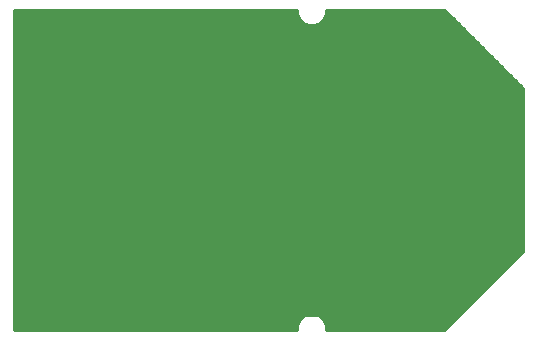
<source format=gm1>
G75*
G70*
%OFA0B0*%
%FSLAX24Y24*%
%IPPOS*%
%LPD*%
%AMOC8*
5,1,8,0,0,1.08239X$1,22.5*
%
%ADD10C,0.0160*%
%ADD11R,0.0474X0.0513*%
%ADD12R,0.0513X0.0474*%
%ADD13R,0.0440X0.0780*%
%ADD14R,0.1080X0.0580*%
%ADD15R,0.0198X0.0552*%
%ADD16R,0.2080X0.1080*%
%ADD17C,0.4080*%
%ADD18OC8,0.0600*%
%ADD19C,0.0480*%
D10*
X000180Y000980D02*
X009530Y000980D01*
X000180Y000980D01*
X000180Y011580D01*
X009480Y011580D01*
X009480Y011080D01*
X010630Y011080D01*
X010630Y011580D01*
X014480Y011580D01*
X017080Y008980D01*
X017080Y003580D01*
X014480Y000980D01*
X010580Y000980D01*
X010580Y001480D01*
X009530Y001480D01*
X009530Y000980D01*
X009530Y001139D02*
X000180Y001139D01*
X000180Y001297D02*
X009530Y001297D01*
X009530Y001456D02*
X000180Y001456D01*
X000180Y001614D02*
X015114Y001614D01*
X014956Y001456D02*
X010580Y001456D01*
X010580Y001297D02*
X014797Y001297D01*
X014639Y001139D02*
X010580Y001139D01*
X010580Y000980D02*
X014480Y000980D01*
X015273Y001773D02*
X000180Y001773D01*
X000180Y001931D02*
X015431Y001931D01*
X015590Y002090D02*
X000180Y002090D01*
X000180Y002248D02*
X015748Y002248D01*
X015907Y002407D02*
X000180Y002407D01*
X000180Y002565D02*
X016065Y002565D01*
X016224Y002724D02*
X000180Y002724D01*
X000180Y002882D02*
X016382Y002882D01*
X016541Y003041D02*
X000180Y003041D01*
X000180Y003199D02*
X016699Y003199D01*
X016858Y003358D02*
X000180Y003358D01*
X000180Y003516D02*
X017016Y003516D01*
X017080Y003675D02*
X000180Y003675D01*
X000180Y003833D02*
X017080Y003833D01*
X017080Y003992D02*
X000180Y003992D01*
X000180Y004150D02*
X017080Y004150D01*
X017080Y004309D02*
X000180Y004309D01*
X000180Y004467D02*
X017080Y004467D01*
X017080Y004626D02*
X000180Y004626D01*
X000180Y004784D02*
X017080Y004784D01*
X017080Y004943D02*
X000180Y004943D01*
X000180Y005101D02*
X017080Y005101D01*
X017080Y005260D02*
X000180Y005260D01*
X000180Y005418D02*
X017080Y005418D01*
X017080Y005577D02*
X000180Y005577D01*
X000180Y005735D02*
X017080Y005735D01*
X017080Y005894D02*
X000180Y005894D01*
X000180Y006052D02*
X017080Y006052D01*
X017080Y006211D02*
X000180Y006211D01*
X000180Y006369D02*
X017080Y006369D01*
X017080Y006528D02*
X000180Y006528D01*
X000180Y006686D02*
X017080Y006686D01*
X017080Y006845D02*
X000180Y006845D01*
X000180Y007003D02*
X017080Y007003D01*
X017080Y007162D02*
X000180Y007162D01*
X000180Y007320D02*
X017080Y007320D01*
X017080Y007479D02*
X000180Y007479D01*
X000180Y007637D02*
X017080Y007637D01*
X017080Y007796D02*
X000180Y007796D01*
X000180Y007954D02*
X017080Y007954D01*
X017080Y008113D02*
X000180Y008113D01*
X000180Y008271D02*
X017080Y008271D01*
X017080Y008430D02*
X000180Y008430D01*
X000180Y008588D02*
X017080Y008588D01*
X017080Y008747D02*
X000180Y008747D01*
X000180Y008905D02*
X017080Y008905D01*
X016996Y009064D02*
X000180Y009064D01*
X000180Y009222D02*
X016838Y009222D01*
X016679Y009381D02*
X000180Y009381D01*
X000180Y009539D02*
X016521Y009539D01*
X016362Y009698D02*
X000180Y009698D01*
X000180Y009856D02*
X016204Y009856D01*
X016045Y010015D02*
X000180Y010015D01*
X000180Y010173D02*
X015887Y010173D01*
X015728Y010332D02*
X000180Y010332D01*
X000180Y010490D02*
X015570Y010490D01*
X015411Y010649D02*
X000180Y010649D01*
X000180Y010807D02*
X015253Y010807D01*
X015094Y010966D02*
X000180Y010966D01*
X000180Y011124D02*
X009480Y011124D01*
X009480Y011230D02*
X009580Y011230D01*
X009580Y011080D01*
X010530Y011080D01*
X010530Y011330D01*
X010630Y011283D02*
X014777Y011283D01*
X014936Y011124D02*
X010630Y011124D01*
X010630Y011441D02*
X014619Y011441D01*
X010580Y011580D02*
X010578Y011535D01*
X010572Y011491D01*
X010563Y011448D01*
X010550Y011405D01*
X010533Y011364D01*
X010513Y011324D01*
X010490Y011286D01*
X010463Y011250D01*
X010434Y011217D01*
X010402Y011186D01*
X010367Y011158D01*
X010330Y011133D01*
X010291Y011111D01*
X010251Y011093D01*
X010209Y011078D01*
X010166Y011067D01*
X010122Y011059D01*
X010077Y011055D01*
X010033Y011055D01*
X009988Y011059D01*
X009944Y011067D01*
X009901Y011078D01*
X009859Y011093D01*
X009819Y011111D01*
X009780Y011133D01*
X009743Y011158D01*
X009708Y011186D01*
X009676Y011217D01*
X009647Y011250D01*
X009620Y011286D01*
X009597Y011324D01*
X009577Y011364D01*
X009560Y011405D01*
X009547Y011448D01*
X009538Y011491D01*
X009532Y011535D01*
X009530Y011580D01*
X009480Y011441D02*
X000180Y011441D01*
X000180Y011283D02*
X009480Y011283D01*
X009530Y000980D02*
X009532Y001025D01*
X009538Y001069D01*
X009547Y001112D01*
X009560Y001155D01*
X009577Y001196D01*
X009597Y001236D01*
X009620Y001274D01*
X009647Y001310D01*
X009676Y001343D01*
X009708Y001374D01*
X009743Y001402D01*
X009780Y001427D01*
X009819Y001449D01*
X009859Y001467D01*
X009901Y001482D01*
X009944Y001493D01*
X009988Y001501D01*
X010033Y001505D01*
X010077Y001505D01*
X010122Y001501D01*
X010166Y001493D01*
X010209Y001482D01*
X010251Y001467D01*
X010291Y001449D01*
X010330Y001427D01*
X010367Y001402D01*
X010402Y001374D01*
X010434Y001343D01*
X010463Y001310D01*
X010490Y001274D01*
X010513Y001236D01*
X010533Y001196D01*
X010550Y001155D01*
X010563Y001112D01*
X010572Y001069D01*
X010578Y001025D01*
X010580Y000980D01*
D11*
X008880Y004045D03*
X008880Y004715D03*
X005365Y005680D03*
X004695Y005680D03*
X004745Y009380D03*
X005415Y009380D03*
X005415Y010630D03*
X004745Y010630D03*
X004795Y001930D03*
X005465Y001930D03*
D12*
X007795Y001880D03*
X008465Y001880D03*
X005415Y003980D03*
X004745Y003980D03*
X004745Y008180D03*
X005415Y008180D03*
D13*
X007040Y006820D03*
X008090Y006820D03*
D14*
X007540Y009400D03*
D15*
X007436Y005522D03*
X007692Y005522D03*
X007948Y005522D03*
X007180Y005522D03*
X006924Y005522D03*
X006668Y005522D03*
X006412Y005522D03*
X006412Y003238D03*
X006668Y003238D03*
X006924Y003238D03*
X007180Y003238D03*
X007436Y003238D03*
X007692Y003238D03*
X007948Y003238D03*
D16*
X013130Y001940D03*
X013130Y010790D03*
D17*
X013130Y006140D03*
D18*
X001080Y004980D03*
X001080Y003980D03*
X001080Y007600D03*
X001080Y008600D03*
D19*
X003770Y008020D03*
X003420Y006740D03*
X003150Y006290D03*
X004590Y004850D03*
X006060Y006170D03*
X007120Y004840D03*
X007530Y004130D03*
X009610Y003800D03*
X008140Y002630D03*
X007160Y002310D03*
X005670Y002510D03*
X004320Y002420D03*
X002610Y002420D03*
X009720Y002540D03*
X003870Y009540D03*
X007110Y010160D03*
X010340Y010150D03*
X014470Y010730D03*
M02*

</source>
